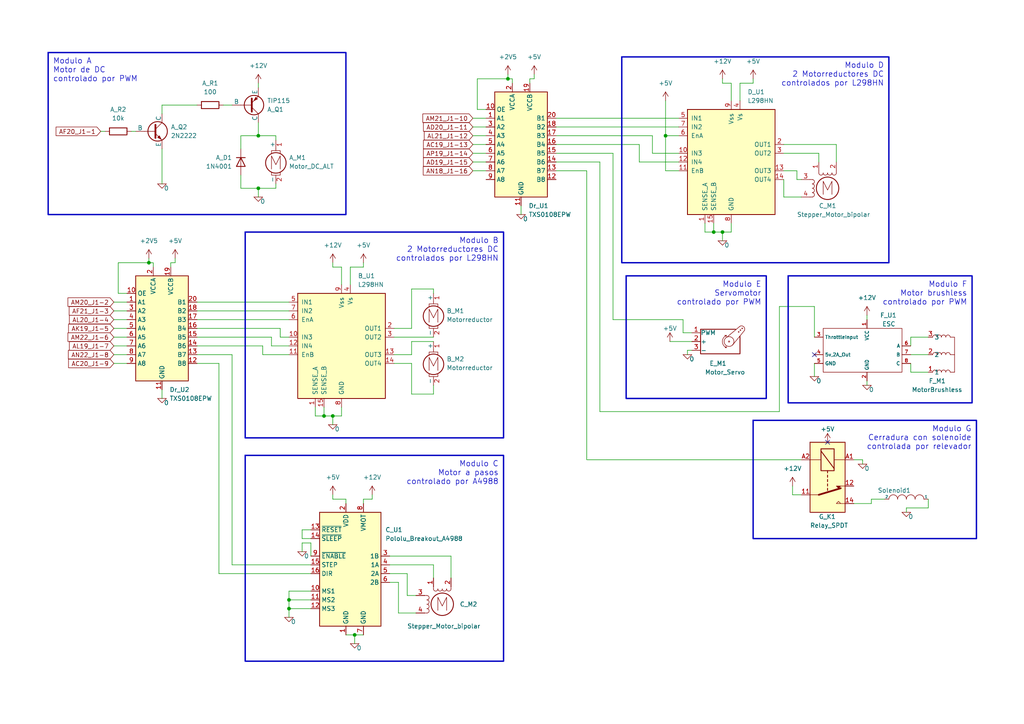
<source format=kicad_sch>
(kicad_sch (version 20230121) (generator eeschema)
  (paper "A4")
  (title_block (title "Maqueta de Laboratorio Remoto") (rev "2") (company "IIMAS UNAM") (comment 1 "Victor Manuel Lomas Barrie") (comment 2 "Abner Maya Vergara") (comment 3 "Autores:") (comment 4 "Circuito referido al diagrama de maqueta 2.0"))
  (lib_symbols
    (symbol "+12V_1" (power) (pin_names (offset 0))
      (property "Value" "+12V_1" (at 0 3.556 0))
      (symbol "+12V_1_0_1"
        (polyline (pts (xy -0.762 1.27) (xy 0 2.54)))
        (polyline (pts (xy 0 0) (xy 0 2.54)))
        (polyline (pts (xy 0 2.54) (xy 0.762 1.27)))
      )
      (symbol "+12V_1_1_1"
        (pin power_in line (at 0 0 90) (length 0) hide (name "+12V") (number "1"))
      )
    )
    (symbol "+12V_2" (power) (pin_names (offset 0))
      (property "Value" "+12V_2" (at 0 3.556 0))
      (symbol "+12V_2_0_1"
        (polyline (pts (xy -0.762 1.27) (xy 0 2.54)))
        (polyline (pts (xy 0 0) (xy 0 2.54)))
        (polyline (pts (xy 0 2.54) (xy 0.762 1.27)))
      )
      (symbol "+12V_2_1_1"
        (pin power_in line (at 0 0 90) (length 0) hide (name "+12V") (number "1"))
      )
    )
    (symbol "Device:R" (pin_numbers hide) (pin_names (offset 0))
      (property "Reference" "R" (at 2.032 0 90))
      (property "Value" "R" (at 0 0 90))
      (symbol "R_0_1"
        (rectangle (start -1.016 -2.54) (end 1.016 2.54) (stroke (width 0.254)))
      )
      (symbol "R_1_1"
        (pin passive line (at 0 3.81 270) (length 1.27) (name "~") (number "1"))
        (pin passive line (at 0 -3.81 90) (length 1.27) (name "~") (number "2"))
      )
    )
    (symbol "Diode:1N4001" (pin_numbers hide) (pin_names hide)
      (property "Reference" "D" (at 0 2.54 0))
      (property "Value" "1N4001" (at 0 -2.54 0))
      (symbol "1N4001_0_1"
        (polyline (pts (xy -1.27 1.27) (xy -1.27 -1.27)) (stroke (width 0.254)))
        (polyline (pts (xy 1.27 0) (xy -1.27 0)))
        (polyline (pts (xy 1.27 1.27) (xy 1.27 -1.27) (xy -1.27 0) (xy 1.27 1.27)) (stroke (width 0.254)))
      )
      (symbol "1N4001_1_1"
        (pin passive line (at -3.81 0 0) (length 2.54) (name "K") (number "1"))
        (pin passive line (at 3.81 0 180) (length 2.54) (name "A") (number "2"))
      )
    )
    (symbol "Driver_Motor:L298HN" (pin_names (offset 1.016))
      (property "Reference" "U" (at -10.16 16.51 0))
      (property "Value" "L298HN" (at 12.7 16.51 0))
      (symbol "L298HN_0_1"
        (rectangle (start -12.7 15.24) (end 12.7 -15.24) (stroke (width 0.254)) (fill (type background)))
      )
      (symbol "L298HN_1_1"
        (pin power_in line (at -7.62 -17.78 90) (length 2.54) (name "SENSE_A") (number "1"))
        (pin input line (at -15.24 2.54 0) (length 2.54) (name "IN3") (number "10"))
        (pin input line (at -15.24 -2.54 0) (length 2.54) (name "EnB") (number "11"))
        (pin input line (at -15.24 0 0) (length 2.54) (name "IN4") (number "12"))
        (pin output line (at 15.24 -2.54 180) (length 2.54) (name "OUT3") (number "13"))
        (pin output line (at 15.24 -5.08 180) (length 2.54) (name "OUT4") (number "14"))
        (pin power_in line (at -5.08 -17.78 90) (length 2.54) (name "SENSE_B") (number "15"))
        (pin output line (at 15.24 5.08 180) (length 2.54) (name "OUT1") (number "2"))
        (pin output line (at 15.24 2.54 180) (length 2.54) (name "OUT2") (number "3"))
        (pin power_in line (at 2.54 17.78 270) (length 2.54) (name "Vs") (number "4"))
        (pin input line (at -15.24 12.7 0) (length 2.54) (name "IN1") (number "5"))
        (pin input line (at -15.24 7.62 0) (length 2.54) (name "EnA") (number "6"))
        (pin input line (at -15.24 10.16 0) (length 2.54) (name "IN2") (number "7"))
        (pin power_in line (at 0 -17.78 90) (length 2.54) (name "GND") (number "8"))
        (pin power_in line (at 0 17.78 270) (length 2.54) (name "Vss") (number "9"))
      )
    )
    (symbol "Driver_Motor:Pololu_Breakout_A4988"
      (property "Reference" "A" (at -2.54 19.05 0))
      (property "Value" "Pololu_Breakout_A4988" (at -2.54 16.51 0))
      (symbol "Pololu_Breakout_A4988_0_1"
        (rectangle (start 10.16 -17.78) (end -7.62 15.24) (stroke (width 0.254)) (fill (type background)))
      )
      (symbol "Pololu_Breakout_A4988_1_1"
        (pin power_in line (at 0 -20.32 90) (length 2.54) (name "GND") (number "1"))
        (pin input line (at -10.16 -7.62 0) (length 2.54) (name "MS1") (number "10"))
        (pin input line (at -10.16 -10.16 0) (length 2.54) (name "MS2") (number "11"))
        (pin input line (at -10.16 -12.7 0) (length 2.54) (name "MS3") (number "12"))
        (pin input line (at -10.16 10.16 0) (length 2.54) (name "~{RESET}") (number "13"))
        (pin input line (at -10.16 7.62 0) (length 2.54) (name "~{SLEEP}") (number "14"))
        (pin input line (at -10.16 0 0) (length 2.54) (name "STEP") (number "15"))
        (pin input line (at -10.16 -2.54 0) (length 2.54) (name "DIR") (number "16"))
        (pin power_in line (at 0 17.78 270) (length 2.54) (name "VDD") (number "2"))
        (pin output line (at 12.7 2.54 180) (length 2.54) (name "1B") (number "3"))
        (pin output line (at 12.7 0 180) (length 2.54) (name "1A") (number "4"))
        (pin output line (at 12.7 -2.54 180) (length 2.54) (name "2A") (number "5"))
        (pin output line (at 12.7 -5.08 180) (length 2.54) (name "2B") (number "6"))
        (pin power_in line (at 5.08 -20.32 90) (length 2.54) (name "GND") (number "7"))
        (pin power_in line (at 5.08 17.78 270) (length 2.54) (name "VMOT") (number "8"))
        (pin input line (at -10.16 2.54 0) (length 2.54) (name "~{ENABLE}") (number "9"))
      )
    )
    (symbol "Logic_LevelTranslator:TXS0108EPW"
      (property "Reference" "U" (at -6.35 16.51 0))
      (property "Value" "TXS0108EPW" (at 3.81 16.51 0))
      (symbol "TXS0108EPW_0_1"
        (rectangle (start -7.62 15.24) (end 7.62 -15.24) (stroke (width 0.254)) (fill (type background)))
      )
      (symbol "TXS0108EPW_1_1"
        (pin bidirectional line (at -10.16 7.62 0) (length 2.54) (name "A1") (number "1"))
        (pin input line (at -10.16 10.16 0) (length 2.54) (name "OE") (number "10"))
        (pin power_in line (at 0 -17.78 90) (length 2.54) (name "GND") (number "11"))
        (pin bidirectional line (at 10.16 -10.16 180) (length 2.54) (name "B8") (number "12"))
        (pin bidirectional line (at 10.16 -7.62 180) (length 2.54) (name "B7") (number "13"))
        (pin bidirectional line (at 10.16 -5.08 180) (length 2.54) (name "B6") (number "14"))
        (pin bidirectional line (at 10.16 -2.54 180) (length 2.54) (name "B5") (number "15"))
        (pin bidirectional line (at 10.16 0 180) (length 2.54) (name "B4") (number "16"))
        (pin bidirectional line (at 10.16 2.54 180) (length 2.54) (name "B3") (number "17"))
        (pin bidirectional line (at 10.16 5.08 180) (length 2.54) (name "B2") (number "18"))
        (pin power_in line (at 2.54 17.78 270) (length 2.54) (name "VCCB") (number "19"))
        (pin power_in line (at -2.54 17.78 270) (length 2.54) (name "VCCA") (number "2"))
        (pin bidirectional line (at 10.16 7.62 180) (length 2.54) (name "B1") (number "20"))
        (pin bidirectional line (at -10.16 5.08 0) (length 2.54) (name "A2") (number "3"))
        (pin bidirectional line (at -10.16 2.54 0) (length 2.54) (name "A3") (number "4"))
        (pin bidirectional line (at -10.16 0 0) (length 2.54) (name "A4") (number "5"))
        (pin bidirectional line (at -10.16 -2.54 0) (length 2.54) (name "A5") (number "6"))
        (pin bidirectional line (at -10.16 -5.08 0) (length 2.54) (name "A6") (number "7"))
        (pin bidirectional line (at -10.16 -7.62 0) (length 2.54) (name "A7") (number "8"))
        (pin bidirectional line (at -10.16 -10.16 0) (length 2.54) (name "A8") (number "9"))
      )
    )
    (symbol "Motor:Motor_DC_ALT" (pin_names (offset 0))
      (property "Reference" "M" (at 2.54 2.54 0))
      (property "Value" "Motor_DC_ALT" (at 2.54 -5.08 0))
      (symbol "Motor_DC_ALT_0_0"
        (circle (center 0 -1.524) (radius 2.9718) (stroke (width 0.254)))
        (polyline (pts (xy -1.27 -4.318) (xy -1.27 -5.08) (xy 1.27 -5.08) (xy 1.27 -4.318)))
        (polyline (pts (xy -1.27 1.27) (xy -1.27 2.032) (xy 1.27 2.032) (xy 1.27 1.27)))
        (polyline (pts (xy -1.27 -3.302) (xy -1.27 0.508) (xy 0 -2.032) (xy 1.27 0.508) (xy 1.27 -3.302)))
      )
      (symbol "Motor_DC_ALT_0_1"
        (polyline (pts (xy 0 2.032) (xy 0 2.54)))
      )
      (symbol "Motor_DC_ALT_1_1"
        (pin passive line (at 0 5.08 270) (length 2.54) (name "+") (number "1"))
        (pin passive line (at 0 -7.62 90) (length 2.54) (name "-") (number "2"))
      )
    )
    (symbol "Motor:Motor_Servo" (pin_names (offset 0.0254))
      (property "Reference" "M" (at -5.08 4.445 0))
      (property "Value" "Motor_Servo" (at -5.08 -4.064 0))
      (symbol "Motor_Servo_0_1"
        (polyline (pts (xy 2.413 -1.778) (xy 2.032 -1.778)))
        (polyline (pts (xy 2.413 -1.778) (xy 2.286 -1.397)))
        (polyline (pts (xy 2.413 1.778) (xy 1.905 1.778)))
        (polyline (pts (xy 2.413 1.778) (xy 2.286 1.397)))
        (polyline (pts (xy 6.35 4.445) (xy 2.54 1.27)))
        (polyline (pts (xy 7.62 3.175) (xy 4.191 -1.016)))
        (polyline (pts (xy 5.08 3.556) (xy -5.08 3.556) (xy -5.08 -3.556) (xy 6.35 -3.556) (xy 6.35 1.524)) (stroke (width 0.254)))
        (arc (start 2.413 1.778) (mid 1.2406 0) (end 2.413 -1.778))
        (circle (center 3.175 0) (radius 0.1778))
        (circle (center 3.175 0) (radius 1.4224))
        (circle (center 5.969 2.794) (radius 0.127))
        (circle (center 6.477 3.302) (radius 0.127))
        (circle (center 6.985 3.81) (radius 0.127))
        (arc (start 7.62 3.175) (mid 7.4485 4.2735) (end 6.35 4.445))
      )
      (symbol "Motor_Servo_1_1"
        (pin passive line (at -7.62 2.54 0) (length 2.54) (name "PWM") (number "1"))
        (pin passive line (at -7.62 0 0) (length 2.54) (name "+") (number "2"))
        (pin passive line (at -7.62 -2.54 0) (length 2.54) (name "-") (number "3"))
      )
    )
    (symbol "Motor:Stepper_Motor_bipolar" (pin_names (offset 0) hide)
      (property "Reference" "M" (at 3.81 2.54 0))
      (property "Value" "Stepper_Motor_bipolar" (at 3.81 1.27 0))
      (symbol "Stepper_Motor_bipolar_0_0"
        (polyline (pts (xy -1.27 -1.778) (xy -1.27 2.032) (xy 0 -0.508) (xy 1.27 2.032) (xy 1.27 -1.778)))
      )
      (symbol "Stepper_Motor_bipolar_0_1"
        (arc (start -4.445 -2.54) (mid -3.8127 -1.905) (end -4.445 -1.27))
        (arc (start -4.445 -1.27) (mid -3.8127 -0.635) (end -4.445 0))
        (arc (start -4.445 0) (mid -3.8127 0.635) (end -4.445 1.27))
        (arc (start -4.445 1.27) (mid -3.8127 1.905) (end -4.445 2.54))
        (arc (start -2.54 4.445) (mid -1.905 3.8127) (end -1.27 4.445))
        (arc (start -1.27 4.445) (mid -0.635 3.8127) (end 0 4.445))
        (polyline (pts (xy -5.08 -2.54) (xy -4.445 -2.54)))
        (polyline (pts (xy -5.08 2.54) (xy -4.445 2.54)))
        (polyline (pts (xy -2.54 5.08) (xy -2.54 4.445)))
        (polyline (pts (xy 2.54 5.08) (xy 2.54 4.445)))
        (circle (center 0 0) (radius 3.2512) (stroke (width 0.254)))
        (arc (start 0 4.445) (mid 0.635 3.8127) (end 1.27 4.445))
        (arc (start 1.27 4.445) (mid 1.905 3.8127) (end 2.54 4.445))
      )
      (symbol "Stepper_Motor_bipolar_1_1"
        (pin passive line (at -2.54 7.62 270) (length 2.54) (name "~") (number "1"))
        (pin passive line (at 2.54 7.62 270) (length 2.54) (name "-") (number "2"))
        (pin passive line (at -7.62 2.54 0) (length 2.54) (name "~") (number "3"))
        (pin passive line (at -7.62 -2.54 0) (length 2.54) (name "~") (number "4"))
      )
    )
    (symbol "Relay:Relay_SPDT"
      (property "Reference" "K" (at 11.43 3.81 0))
      (property "Value" "Relay_SPDT" (at 11.43 1.27 0))
      (symbol "Relay_SPDT_0_0"
        (polyline (pts (xy 7.62 5.08) (xy 7.62 2.54) (xy 6.985 3.175) (xy 7.62 3.81)))
      )
      (symbol "Relay_SPDT_0_1"
        (rectangle (start -10.16 5.08) (end 10.16 -5.08) (stroke (width 0.254)) (fill (type background)))
        (rectangle (start -8.255 1.905) (end -1.905 -1.905) (stroke (width 0.254)))
        (polyline (pts (xy -7.62 -1.905) (xy -2.54 1.905)) (stroke (width 0.254)))
        (polyline (pts (xy -5.08 -5.08) (xy -5.08 -1.905)))
        (polyline (pts (xy -5.08 5.08) (xy -5.08 1.905)))
        (polyline (pts (xy -1.905 0) (xy -1.27 0)) (stroke (width 0.254)))
        (polyline (pts (xy -0.635 0) (xy 0 0)) (stroke (width 0.254)))
        (polyline (pts (xy 0.635 0) (xy 1.27 0)) (stroke (width 0.254)))
        (polyline (pts (xy 1.905 0) (xy 2.54 0)) (stroke (width 0.254)))
        (polyline (pts (xy 3.175 0) (xy 3.81 0)) (stroke (width 0.254)))
        (polyline (pts (xy 5.08 -2.54) (xy 3.175 3.81)) (stroke (width 0.508)))
        (polyline (pts (xy 5.08 -2.54) (xy 5.08 -5.08)))
        (polyline (pts (xy 2.54 5.08) (xy 2.54 2.54) (xy 3.175 3.175) (xy 2.54 3.81)) (fill (type outline)))
      )
      (symbol "Relay_SPDT_1_1"
        (pin passive line (at 5.08 -7.62 90) (length 2.54) (name "~") (number "11"))
        (pin passive line (at 2.54 7.62 270) (length 2.54) (name "~") (number "12"))
        (pin passive line (at 7.62 7.62 270) (length 2.54) (name "~") (number "14"))
        (pin passive line (at -5.08 7.62 270) (length 2.54) (name "~") (number "A1"))
        (pin passive line (at -5.08 -7.62 90) (length 2.54) (name "~") (number "A2"))
      )
    )
    (symbol "Resources:ESC"
      (property "Reference" "ESC" (at -8.89 8.89 0))
      (symbol "ESC_0_1"
        (rectangle (start -12.7 7.62) (end 10.16 -5.08))
      )
      (symbol "ESC_1_1"
        (pin free line (at 0 10.16 270) (length 2.54) (name "VCC") (number "1"))
        (pin free line (at 0 -7.62 90) (length 2.54) (name "GND") (number "2"))
        (pin input line (at -15.24 5.08 0) (length 2.54) (name "ThrottleInput") (number "3"))
        (pin input line (at -15.24 0 0) (length 2.54) (name "5v,2A_Out") (number "4"))
        (pin input line (at -15.24 -2.54 0) (length 2.54) (name "GND") (number "5"))
        (pin output line (at 12.7 2.54 180) (length 2.54) (name "A") (number "6"))
        (pin output line (at 12.7 0 180) (length 2.54) (name "B") (number "7"))
        (pin output line (at 12.7 -2.54 180) (length 2.54) (name "C") (number "8"))
      )
    )
    (symbol "Resources:Motor_brushless"
      (property "Reference" "MotorBrushless" (at 0 -1.27 0))
      (symbol "Motor_brushless_0_1"
        (arc (start -5.08 1.27) (mid -4.4477 1.905) (end -5.08 2.54))
        (arc (start -5.08 2.54) (mid -4.4477 3.175) (end -5.08 3.81))
        (arc (start -5.08 3.81) (mid -4.4477 4.445) (end -5.08 5.08))
        (arc (start -5.08 5.08) (mid -4.4477 5.715) (end -5.08 6.35))
        (polyline (pts (xy -5.08 0) (xy -5.08 1.27)))
        (polyline (pts (xy 0 1.27) (xy 0 0)))
        (polyline (pts (xy 5.08 1.27) (xy 5.08 0) (xy -5.08 0)))
        (arc (start 0 1.27) (mid 0.6323 1.905) (end 0 2.54))
        (arc (start 0 2.54) (mid 0.6323 3.175) (end 0 3.81))
        (arc (start 0 3.81) (mid 0.6323 4.445) (end 0 5.08))
        (arc (start 0 5.08) (mid 0.6323 5.715) (end 0 6.35))
        (arc (start 5.08 1.27) (mid 5.7123 1.905) (end 5.08 2.54))
        (arc (start 5.08 2.54) (mid 5.7123 3.175) (end 5.08 3.81))
        (arc (start 5.08 3.81) (mid 5.7123 4.445) (end 5.08 5.08))
        (arc (start 5.08 5.08) (mid 5.7123 5.715) (end 5.08 6.35))
      )
      (symbol "Motor_brushless_1_1"
        (pin passive line (at -5.08 7.62 270) (length 1.27) (name "1") (number "1"))
        (pin passive line (at 0 7.62 270) (length 1.27) (name "2") (number "2"))
        (pin passive line (at 5.08 7.62 270) (length 1.27) (name "3") (number "3"))
      )
    )
    (symbol "Simulation_SPICE:0" (power) (pin_names (offset 0))
      (property "Value" "0" (at 0 -1.778 0))
      (symbol "0_0_1"
        (polyline (pts (xy -1.27 0) (xy 0 -1.27) (xy 1.27 0) (xy -1.27 0)))
      )
      (symbol "0_1_1"
        (pin power_in line (at 0 0 0) (length 0) hide (name "0") (number "1"))
      )
    )
    (symbol "Simulation_SPICE:NPN" (pin_numbers hide) (pin_names (offset 0))
      (property "Reference" "Q" (at -2.54 7.62 0))
      (property "Value" "NPN" (at -2.54 5.08 0))
      (symbol "NPN_0_1"
        (polyline (pts (xy -2.54 0) (xy 0.635 0)) (stroke (width 0.1524)))
        (polyline (pts (xy 0.635 0.635) (xy 2.54 2.54)))
        (polyline (pts (xy 2.794 -1.27) (xy 2.794 -1.27)) (stroke (width 0.1524)))
        (polyline (pts (xy 2.794 -1.27) (xy 2.794 -1.27)) (stroke (width 0.1524)))
        (polyline (pts (xy 0.635 -0.635) (xy 2.54 -2.54) (xy 2.54 -2.54)))
        (polyline (pts (xy 0.635 1.905) (xy 0.635 -1.905) (xy 0.635 -1.905)) (stroke (width 0.508)))
        (polyline (pts (xy 1.27 -1.778) (xy 1.778 -1.27) (xy 2.286 -2.286) (xy 1.27 -1.778) (xy 1.27 -1.778)) (fill (type outline)))
        (circle (center 1.27 0) (radius 2.8194) (stroke (width 0.254)))
      )
      (symbol "NPN_1_1"
        (pin open_collector line (at 2.54 5.08 270) (length 2.54) (name "C") (number "1"))
        (pin input line (at -5.08 0 0) (length 2.54) (name "B") (number "2"))
        (pin open_emitter line (at 2.54 -5.08 90) (length 2.54) (name "E") (number "3"))
      )
    )
    (symbol "Simulation_SPICE:PNP" (pin_numbers hide) (pin_names (offset 0))
      (property "Reference" "Q" (at -2.54 7.62 0))
      (property "Value" "PNP" (at -2.54 5.08 0))
      (symbol "PNP_0_1"
        (polyline (pts (xy -2.54 0) (xy 0.635 0)) (stroke (width 0.1524)))
        (polyline (pts (xy 0.635 0.635) (xy 2.54 2.54)))
        (polyline (pts (xy 0.635 -0.635) (xy 2.54 -2.54) (xy 2.54 -2.54)))
        (polyline (pts (xy 0.635 1.905) (xy 0.635 -1.905) (xy 0.635 -1.905)) (stroke (width 0.508)))
        (polyline (pts (xy 2.286 -1.778) (xy 1.778 -2.286) (xy 1.27 -1.27) (xy 2.286 -1.778) (xy 2.286 -1.778)) (fill (type outline)))
        (circle (center 1.27 0) (radius 2.8194) (stroke (width 0.254)))
      )
      (symbol "PNP_1_1"
        (pin open_collector line (at 2.54 5.08 270) (length 2.54) (name "C") (number "1"))
        (pin input line (at -5.08 0 0) (length 2.54) (name "B") (number "2"))
        (pin open_emitter line (at 2.54 -5.08 90) (length 2.54) (name "E") (number "3"))
      )
    )
    (symbol "power:+12V" (power) (pin_names (offset 0))
      (property "Value" "+12V" (at 0 3.556 0))
      (symbol "+12V_0_1"
        (polyline (pts (xy -0.762 1.27) (xy 0 2.54)))
        (polyline (pts (xy 0 0) (xy 0 2.54)))
        (polyline (pts (xy 0 2.54) (xy 0.762 1.27)))
      )
      (symbol "+12V_1_1"
        (pin power_in line (at 0 0 90) (length 0) hide (name "+12V") (number "1"))
      )
    )
    (symbol "power:+2V5" (power) (pin_names (offset 0))
      (property "Value" "+2V5" (at 0 3.556 0))
      (symbol "+2V5_0_1"
        (polyline (pts (xy -0.762 1.27) (xy 0 2.54)))
        (polyline (pts (xy 0 0) (xy 0 2.54)))
        (polyline (pts (xy 0 2.54) (xy 0.762 1.27)))
      )
      (symbol "+2V5_1_1"
        (pin power_in line (at 0 0 90) (length 0) hide (name "+2V5") (number "1"))
      )
    )
    (symbol "power:+5V" (power) (pin_names (offset 0))
      (property "Value" "+5V" (at 0 3.556 0))
      (symbol "+5V_0_1"
        (polyline (pts (xy -0.762 1.27) (xy 0 2.54)))
        (polyline (pts (xy 0 0) (xy 0 2.54)))
        (polyline (pts (xy 0 2.54) (xy 0.762 1.27)))
      )
      (symbol "+5V_1_1"
        (pin power_in line (at 0 0 90) (length 0) hide (name "+5V") (number "1"))
      )
    )
    (symbol "pspice:INDUCTOR" (pin_numbers hide) (pin_names (offset 0))
      (property "Reference" "L" (at 0 2.54 0))
      (property "Value" "INDUCTOR" (at 0 -1.27 0))
      (symbol "INDUCTOR_0_1"
        (arc (start -2.54 0) (mid -3.81 1.2645) (end -5.08 0))
        (arc (start 0 0) (mid -1.27 1.2645) (end -2.54 0))
        (arc (start 2.54 0) (mid 1.27 1.2645) (end 0 0))
        (arc (start 5.08 0) (mid 3.81 1.2645) (end 2.54 0))
      )
      (symbol "INDUCTOR_1_1"
        (pin input line (at -6.35 0 0) (length 1.27) (name "1") (number "1"))
        (pin input line (at 6.35 0 180) (length 1.27) (name "2") (number "2"))
      )
    )
  )
  (junction (at 93.98 120.65))
  (junction (at 209.55 67.31))
  (junction (at 43.18 76.2))
  (junction (at 83.82 176.53))
  (junction (at 193.04 39.37))
  (junction (at 102.87 184.15))
  (junction (at 96.52 120.65))
  (junction (at 74.93 54.61))
  (junction (at 74.93 39.37))
  (junction (at 207.01 67.31))
  (junction (at 147.32 22.86))
  (junction (at 83.82 173.99))
  (no_connect (at 236.22 102.87))
  (no_connect (at 240.03 128.27))
  (wire (pts (xy 90.17 156.21) (xy 87.63 156.21)))
  (wire (pts (xy 227.33 41.91) (xy 242.57 41.91)))
  (wire (pts (xy 198.12 96.52) (xy 200.66 96.52)))
  (wire (pts (xy 137.16 44.45) (xy 140.97 44.45)))
  (wire (pts (xy 194.31 99.06) (xy 200.66 99.06)))
  (wire (pts (xy 269.24 147.32) (xy 262.89 147.32)))
  (wire (pts (xy 57.15 102.87) (xy 67.31 102.87)))
  (wire (pts (xy 232.41 143.51) (xy 229.87 143.51)))
  (wire (pts (xy 81.28 97.79) (xy 83.82 97.79)))
  (wire (pts (xy 34.29 85.09) (xy 34.29 76.2)))
  (wire (pts (xy 33.02 97.79) (xy 36.83 97.79)))
  (wire (pts (xy 264.16 102.87) (xy 269.24 102.87)))
  (wire (pts (xy 46.99 30.48) (xy 57.15 30.48)))
  (wire (pts (xy 147.32 22.86) (xy 148.59 22.86)))
  (wire (pts (xy 57.15 95.25) (xy 81.28 95.25)))
  (wire (pts (xy 242.57 41.91) (xy 242.57 46.99)))
  (wire (pts (xy 140.97 31.75) (xy 138.43 31.75)))
  (wire (pts (xy 33.02 102.87) (xy 36.83 102.87)))
  (wire (pts (xy 113.03 161.29) (xy 130.81 161.29)))
  (wire (pts (xy 212.09 24.13) (xy 212.09 29.21)))
  (wire (pts (xy 125.73 163.83) (xy 125.73 167.64)))
  (wire (pts (xy 199.39 102.87) (xy 199.39 101.6)))
  (wire (pts (xy 161.29 39.37) (xy 189.23 39.37)))
  (wire (pts (xy 57.15 105.41) (xy 63.5 105.41)))
  (wire (pts (xy 119.38 105.41) (xy 119.38 114.3)))
  (wire (pts (xy 237.49 44.45) (xy 237.49 46.99)))
  (wire (pts (xy 252.73 144.78) (xy 256.54 144.78)))
  (wire (pts (xy 226.06 88.9) (xy 236.22 88.9)))
  (wire (pts (xy 33.02 95.25) (xy 36.83 95.25)))
  (wire (pts (xy 231.14 52.07) (xy 232.41 52.07)))
  (wire (pts (xy 170.18 49.53) (xy 170.18 133.35)))
  (wire (pts (xy 212.09 64.77) (xy 212.09 67.31)))
  (wire (pts (xy 43.18 76.2) (xy 44.45 76.2)))
  (wire (pts (xy 209.55 67.31) (xy 212.09 67.31)))
  (wire (pts (xy 100.33 184.15) (xy 102.87 184.15)))
  (wire (pts (xy 138.43 22.86) (xy 147.32 22.86)))
  (wire (pts (xy 119.38 95.25) (xy 119.38 83.82)))
  (wire (pts (xy 107.95 144.78) (xy 105.41 144.78)))
  (wire (pts (xy 229.87 143.51) (xy 229.87 140.97)))
  (wire (pts (xy 125.73 83.82) (xy 125.73 85.09)))
  (wire (pts (xy 214.63 24.13) (xy 214.63 29.21)))
  (wire (pts (xy 90.17 171.45) (xy 83.82 171.45)))
  (wire (pts (xy 209.55 22.86) (xy 209.55 24.13)))
  (wire (pts (xy 204.47 67.31) (xy 207.01 67.31)))
  (wire (pts (xy 170.18 49.53) (xy 161.29 49.53)))
  (wire (pts (xy 46.99 33.02) (xy 46.99 30.48)))
  (wire (pts (xy 227.33 57.15) (xy 232.41 57.15)))
  (wire (pts (xy 199.39 101.6) (xy 200.66 101.6)))
  (wire (pts (xy 173.99 119.38) (xy 226.06 119.38)))
  (wire (pts (xy 177.8 92.71) (xy 177.8 44.45)))
  (wire (pts (xy 83.82 173.99) (xy 90.17 173.99)))
  (wire (pts (xy 198.12 92.71) (xy 198.12 96.52)))
  (wire (pts (xy 90.17 161.29) (xy 90.17 157.48)))
  (wire (pts (xy 76.2 100.33) (xy 76.2 102.87)))
  (wire (pts (xy 114.3 97.79) (xy 125.73 97.79)))
  (wire (pts (xy 236.22 88.9) (xy 236.22 97.79)))
  (wire (pts (xy 83.82 171.45) (xy 83.82 173.99)))
  (wire (pts (xy 96.52 144.78) (xy 100.33 144.78)))
  (wire (pts (xy 262.89 147.32) (xy 262.89 148.59)))
  (wire (pts (xy 33.02 100.33) (xy 36.83 100.33)))
  (wire (pts (xy 151.13 59.69) (xy 151.13 62.23)))
  (wire (pts (xy 96.52 144.78) (xy 96.52 143.51)))
  (wire (pts (xy 46.99 53.34) (xy 46.99 43.18)))
  (wire (pts (xy 33.02 87.63) (xy 36.83 87.63)))
  (wire (pts (xy 78.74 100.33) (xy 83.82 100.33)))
  (wire (pts (xy 120.65 172.72) (xy 118.11 172.72)))
  (wire (pts (xy 74.93 39.37) (xy 80.01 39.37)))
  (wire (pts (xy 189.23 39.37) (xy 189.23 44.45)))
  (wire (pts (xy 236.22 105.41) (xy 236.22 109.22)))
  (wire (pts (xy 137.16 46.99) (xy 140.97 46.99)))
  (wire (pts (xy 63.5 166.37) (xy 90.17 166.37)))
  (wire (pts (xy 87.63 153.67) (xy 90.17 153.67)))
  (wire (pts (xy 80.01 53.34) (xy 80.01 54.61)))
  (wire (pts (xy 102.87 184.15) (xy 102.87 186.69)))
  (wire (pts (xy 57.15 90.17) (xy 83.82 90.17)))
  (wire (pts (xy 91.44 118.11) (xy 91.44 120.65)))
  (wire (pts (xy 207.01 64.77) (xy 207.01 67.31)))
  (wire (pts (xy 137.16 39.37) (xy 140.97 39.37)))
  (wire (pts (xy 67.31 163.83) (xy 90.17 163.83)))
  (wire (pts (xy 33.02 90.17) (xy 36.83 90.17)))
  (wire (pts (xy 125.73 111.76) (xy 125.73 114.3)))
  (wire (pts (xy 207.01 67.31) (xy 209.55 67.31)))
  (wire (pts (xy 148.59 22.86) (xy 148.59 24.13)))
  (wire (pts (xy 250.19 134.62) (xy 250.19 133.35)))
  (wire (pts (xy 81.28 95.25) (xy 81.28 97.79)))
  (wire (pts (xy 96.52 77.47) (xy 99.06 77.47)))
  (wire (pts (xy 36.83 85.09) (xy 34.29 85.09)))
  (wire (pts (xy 247.65 146.05) (xy 252.73 146.05)))
  (wire (pts (xy 83.82 176.53) (xy 83.82 179.07)))
  (wire (pts (xy 64.77 30.48) (xy 67.31 30.48)))
  (wire (pts (xy 63.5 105.41) (xy 63.5 166.37)))
  (wire (pts (xy 78.74 97.79) (xy 78.74 100.33)))
  (wire (pts (xy 93.98 118.11) (xy 93.98 120.65)))
  (wire (pts (xy 251.46 91.44) (xy 251.46 92.71)))
  (wire (pts (xy 69.85 50.8) (xy 69.85 54.61)))
  (wire (pts (xy 193.04 39.37) (xy 193.04 29.21)))
  (wire (pts (xy 87.63 157.48) (xy 87.63 160.02)))
  (wire (pts (xy 83.82 176.53) (xy 83.82 173.99)))
  (wire (pts (xy 69.85 54.61) (xy 74.93 54.61)))
  (wire (pts (xy 177.8 44.45) (xy 161.29 44.45)))
  (wire (pts (xy 185.42 46.99) (xy 196.85 46.99)))
  (wire (pts (xy 264.16 97.79) (xy 264.16 100.33)))
  (wire (pts (xy 74.93 24.13) (xy 74.93 25.4)))
  (wire (pts (xy 226.06 119.38) (xy 226.06 88.9)))
  (wire (pts (xy 154.94 21.59) (xy 154.94 22.86)))
  (wire (pts (xy 115.57 168.91) (xy 113.03 168.91)))
  (wire (pts (xy 227.33 49.53) (xy 231.14 49.53)))
  (wire (pts (xy 49.53 76.2) (xy 49.53 77.47)))
  (wire (pts (xy 57.15 87.63) (xy 83.82 87.63)))
  (wire (pts (xy 161.29 36.83) (xy 196.85 36.83)))
  (wire (pts (xy 96.52 76.2) (xy 96.52 77.47)))
  (wire (pts (xy 102.87 184.15) (xy 105.41 184.15)))
  (wire (pts (xy 118.11 166.37) (xy 113.03 166.37)))
  (wire (pts (xy 147.32 21.59) (xy 147.32 22.86)))
  (wire (pts (xy 185.42 41.91) (xy 185.42 46.99)))
  (wire (pts (xy 99.06 77.47) (xy 99.06 82.55)))
  (wire (pts (xy 57.15 100.33) (xy 76.2 100.33)))
  (wire (pts (xy 100.33 144.78) (xy 100.33 146.05)))
  (wire (pts (xy 161.29 46.99) (xy 173.99 46.99)))
  (wire (pts (xy 101.6 77.47) (xy 101.6 82.55)))
  (wire (pts (xy 269.24 144.78) (xy 269.24 147.32)))
  (wire (pts (xy 114.3 95.25) (xy 119.38 95.25)))
  (wire (pts (xy 119.38 99.06) (xy 119.38 102.87)))
  (wire (pts (xy 33.02 105.41) (xy 36.83 105.41)))
  (wire (pts (xy 154.94 22.86) (xy 153.67 22.86)))
  (wire (pts (xy 119.38 83.82) (xy 125.73 83.82)))
  (wire (pts (xy 170.18 133.35) (xy 232.41 133.35)))
  (wire (pts (xy 74.93 35.56) (xy 74.93 39.37)))
  (wire (pts (xy 227.33 52.07) (xy 227.33 57.15)))
  (wire (pts (xy 119.38 114.3) (xy 125.73 114.3)))
  (wire (pts (xy 44.45 76.2) (xy 44.45 77.47)))
  (wire (pts (xy 93.98 120.65) (xy 96.52 120.65)))
  (wire (pts (xy 269.24 107.95) (xy 264.16 107.95)))
  (wire (pts (xy 218.44 22.86) (xy 218.44 24.13)))
  (wire (pts (xy 209.55 24.13) (xy 212.09 24.13)))
  (wire (pts (xy 130.81 161.29) (xy 130.81 167.64)))
  (wire (pts (xy 99.06 118.11) (xy 99.06 120.65)))
  (wire (pts (xy 34.29 76.2) (xy 43.18 76.2)))
  (wire (pts (xy 96.52 120.65) (xy 99.06 120.65)))
  (wire (pts (xy 87.63 157.48) (xy 90.17 157.48)))
  (wire (pts (xy 138.43 31.75) (xy 138.43 22.86)))
  (wire (pts (xy 50.8 74.93) (xy 50.8 76.2)))
  (wire (pts (xy 204.47 64.77) (xy 204.47 67.31)))
  (wire (pts (xy 57.15 97.79) (xy 78.74 97.79)))
  (wire (pts (xy 196.85 39.37) (xy 193.04 39.37)))
  (wire (pts (xy 76.2 102.87) (xy 83.82 102.87)))
  (wire (pts (xy 196.85 49.53) (xy 193.04 49.53)))
  (wire (pts (xy 218.44 24.13) (xy 214.63 24.13)))
  (wire (pts (xy 269.24 97.79) (xy 264.16 97.79)))
  (wire (pts (xy 67.31 102.87) (xy 67.31 163.83)))
  (wire (pts (xy 105.41 144.78) (xy 105.41 146.05)))
  (wire (pts (xy 33.02 92.71) (xy 36.83 92.71)))
  (wire (pts (xy 137.16 49.53) (xy 140.97 49.53)))
  (wire (pts (xy 43.18 74.93) (xy 43.18 76.2)))
  (wire (pts (xy 107.95 143.51) (xy 107.95 144.78)))
  (wire (pts (xy 91.44 120.65) (xy 93.98 120.65)))
  (wire (pts (xy 119.38 99.06) (xy 125.73 99.06)))
  (wire (pts (xy 209.55 67.31) (xy 209.55 69.85)))
  (wire (pts (xy 114.3 105.41) (xy 119.38 105.41)))
  (wire (pts (xy 105.41 77.47) (xy 101.6 77.47)))
  (wire (pts (xy 74.93 54.61) (xy 80.01 54.61)))
  (wire (pts (xy 105.41 76.2) (xy 105.41 77.47)))
  (wire (pts (xy 87.63 156.21) (xy 87.63 153.67)))
  (wire (pts (xy 153.67 22.86) (xy 153.67 24.13)))
  (wire (pts (xy 29.21 38.1) (xy 30.48 38.1)))
  (wire (pts (xy 264.16 107.95) (xy 264.16 105.41)))
  (wire (pts (xy 115.57 177.8) (xy 115.57 168.91)))
  (wire (pts (xy 80.01 39.37) (xy 80.01 40.64)))
  (wire (pts (xy 113.03 163.83) (xy 125.73 163.83)))
  (wire (pts (xy 137.16 34.29) (xy 140.97 34.29)))
  (wire (pts (xy 38.1 38.1) (xy 39.37 38.1)))
  (wire (pts (xy 46.99 113.03) (xy 46.99 115.57)))
  (wire (pts (xy 247.65 133.35) (xy 250.19 133.35)))
  (wire (pts (xy 177.8 92.71) (xy 198.12 92.71)))
  (wire (pts (xy 57.15 92.71) (xy 83.82 92.71)))
  (wire (pts (xy 227.33 44.45) (xy 237.49 44.45)))
  (wire (pts (xy 161.29 34.29) (xy 196.85 34.29)))
  (wire (pts (xy 231.14 49.53) (xy 231.14 52.07)))
  (wire (pts (xy 90.17 176.53) (xy 83.82 176.53)))
  (wire (pts (xy 137.16 36.83) (xy 140.97 36.83)))
  (wire (pts (xy 161.29 41.91) (xy 185.42 41.91)))
  (wire (pts (xy 120.65 177.8) (xy 115.57 177.8)))
  (wire (pts (xy 173.99 46.99) (xy 173.99 119.38)))
  (wire (pts (xy 193.04 49.53) (xy 193.04 39.37)))
  (wire (pts (xy 137.16 41.91) (xy 140.97 41.91)))
  (wire (pts (xy 252.73 146.05) (xy 252.73 144.78)))
  (wire (pts (xy 251.46 110.49) (xy 251.46 111.76)))
  (wire (pts (xy 74.93 54.61) (xy 74.93 57.15)))
  (wire (pts (xy 69.85 43.18) (xy 69.85 39.37)))
  (wire (pts (xy 69.85 39.37) (xy 74.93 39.37)))
  (wire (pts (xy 96.52 120.65) (xy 96.52 123.19)))
  (wire (pts (xy 50.8 76.2) (xy 49.53 76.2)))
  (wire (pts (xy 114.3 102.87) (xy 119.38 102.87)))
  (wire (pts (xy 189.23 44.45) (xy 196.85 44.45)))
  (wire (pts (xy 118.11 172.72) (xy 118.11 166.37)))
  (text_box "Modulo B\n2 Motorreductores DC \ncontrolados por L298HN" (at 71.12 67.31 0) (size 74.93 59.69) (stroke (width 0.4)) (effects (font (size 1.6 1.6)) (justify right top)))
  (text_box "Modulo G\nCerradura con solenoide\ncontrolada por relevador\n" (at 218.44 121.92 0) (size 64.77 34.29) (stroke (width 0.4)) (effects (font (size 1.6 1.6)) (justify right top)))
  (text_box "Modulo D\n2 Motorreductores DC \ncontrolados por L298HN" (at 180.34 16.51 0) (size 77.47 59.69) (stroke (width 0.4)) (effects (font (size 1.6 1.6)) (justify right top)))
  (text_box "Modulo E\nServomotor\ncontrolado por PWM" (at 181.61 80.01 0) (size 40.64 35.56) (stroke (width 0.4)) (effects (font (size 1.6 1.6)) (justify right top)))
  (text_box "Modulo C\nMotor a pasos \ncontrolado por A4988\n" (at 71.12 132.08 0) (size 74.93 59.69) (stroke (width 0.4)) (effects (font (size 1.6 1.6)) (justify right top)))
  (text_box "Modulo F\nMotor brushless\ncontrolado por PWM\n" (at 228.6 80.01 0) (size 53.34 36.83) (stroke (width 0.4)) (effects (font (size 1.6 1.6)) (justify right top)))
  (text_box "Modulo A\nMotor de DC \ncontrolado por PWM" (at 13.97 15.24 0) (size 86.36 46.99) (stroke (width 0.4)) (effects (font (size 1.6 1.6)) (justify left top)))
  (global_label "AF20_J1-1" (shape input) (at 29.21 38.1 180) (property "Intersheetrefs" "${INTERSHEET_REFS}" (effects hide)))
  (global_label "AD20_J1-11" (shape input) (at 137.16 36.83 180) (property "Intersheetrefs" "${INTERSHEET_REFS}" (effects hide)))
  (global_label "AM21_J1-10" (shape input) (at 137.16 34.29 180) (property "Intersheetrefs" "${INTERSHEET_REFS}" (effects hide)))
  (global_label "AF21_J1-3" (shape input) (at 33.02 90.17 180) (property "Intersheetrefs" "${INTERSHEET_REFS}" (effects hide)))
  (global_label "AL21_J1-12" (shape input) (at 137.16 39.37 180) (property "Intersheetrefs" "${INTERSHEET_REFS}" (effects hide)))
  (global_label "AM20_J1-2" (shape input) (at 33.02 87.63 180) (property "Intersheetrefs" "${INTERSHEET_REFS}" (effects hide)))
  (global_label "AL20_J1-4" (shape input) (at 33.02 92.71 180) (property "Intersheetrefs" "${INTERSHEET_REFS}" (effects hide)))
  (global_label "AL19_J1-7" (shape input) (at 33.02 100.33 180) (property "Intersheetrefs" "${INTERSHEET_REFS}" (effects hide)))
  (global_label "AK19_J1-5" (shape input) (at 33.02 95.25 180) (property "Intersheetrefs" "${INTERSHEET_REFS}" (effects hide)))
  (global_label "AN22_J1-8" (shape input) (at 33.02 102.87 180) (property "Intersheetrefs" "${INTERSHEET_REFS}" (effects hide)))
  (global_label "AN18_J1-16" (shape input) (at 137.16 49.53 180) (property "Intersheetrefs" "${INTERSHEET_REFS}" (effects hide)))
  (global_label "AM22_J1-6" (shape input) (at 33.02 97.79 180) (property "Intersheetrefs" "${INTERSHEET_REFS}" (effects hide)))
  (global_label "AD19_J1-15" (shape input) (at 137.16 46.99 180) (property "Intersheetrefs" "${INTERSHEET_REFS}" (effects hide)))
  (global_label "AC19_J1-13" (shape input) (at 137.16 41.91 180) (property "Intersheetrefs" "${INTERSHEET_REFS}" (effects hide)))
  (global_label "AC20_J1-9" (shape input) (at 33.02 105.41 180) (property "Intersheetrefs" "${INTERSHEET_REFS}" (effects hide)))
  (global_label "AP19_J1-14" (shape input) (at 137.16 44.45 180) (property "Intersheetrefs" "${INTERSHEET_REFS}" (effects hide)))
  (symbol (lib_id "Device:R") (at 60.96 30.48 270) (mirror x) (unit 1)
    (property "Reference" "A_R1" (at 60.96 24.13 90))
    (property "Value" "100" (at 60.96 26.67 90))
    (property "Sim.Device" "R" (effects hide))
    (property "Sim.Pins" "1=+ 2=-" (effects hide))
  )
  (symbol (lib_id "Driver_Motor:Pololu_Breakout_A4988") (at 100.33 163.83 0) (unit 1)
    (property "Reference" "C_U1" (at 111.76 153.67 0) (effects (justify left)))
    (property "Value" "Pololu_Breakout_A4988" (at 111.76 156.21 0) (effects (justify left)))
    (property "Footprint" "Module:Pololu_Breakout-16_15.2x20.3mm" (effects hide))
    (property "Datasheet" "https://www.pololu.com/product/2980/pictures" (effects hide))
  )
  (symbol (lib_id "Simulation_SPICE:0") (at 251.46 111.76 0) (unit 1)
    (property "Reference" "#GND07" (effects hide))
    (property "Value" "0" (at 252.73 113.03 0))
  )
  (symbol (lib_id "Simulation_SPICE:0") (at 102.87 186.69 0) (unit 1)
    (property "Reference" "#GND014" (effects hide))
    (property "Value" "0" (at 104.14 187.96 0))
  )
  (symbol (lib_id "Simulation_SPICE:0") (at 46.99 115.57 0) (unit 1)
    (property "Reference" "#GND08" (effects hide))
    (property "Value" "0" (at 48.26 116.84 0))
  )
  (symbol (lib_id "power:+2V5") (at 43.18 74.93 0) (unit 1)
    (property "Reference" "#PWR07" (effects hide))
    (property "Value" "+2V5" (at 43.18 69.85 0))
  )
  (symbol (lib_id "Simulation_SPICE:0") (at 209.55 69.85 0) (unit 1)
    (property "Reference" "#GND04" (effects hide))
    (property "Value" "0" (at 210.82 71.12 0))
  )
  (symbol (lib_name "+12V_1") (lib_id "power:+12V") (at 251.46 91.44 0) (unit 1)
    (property "Reference" "#PWR011" (effects hide))
    (property "Value" "+12V" (at 251.46 86.36 0))
  )
  (symbol (lib_id "Simulation_SPICE:0") (at 46.99 53.34 0) (unit 1)
    (property "Reference" "#GND01" (effects hide))
    (property "Value" "0" (at 48.26 54.61 0))
  )
  (symbol (lib_id "Simulation_SPICE:0") (at 250.19 134.62 0) (unit 1)
    (property "Reference" "#GND010" (effects hide))
    (property "Value" "0" (at 251.46 135.89 0))
  )
  (symbol (lib_id "Simulation_SPICE:0") (at 262.89 148.59 0) (unit 1)
    (property "Reference" "#GND011" (effects hide))
    (property "Value" "0" (at 264.16 149.86 0))
  )
  (symbol (lib_id "Relay:Relay_SPDT") (at 240.03 138.43 270) (unit 1)
    (property "Reference" "G_K1" (at 237.49 149.86 90) (effects (justify left)))
    (property "Value" "Relay_SPDT" (at 234.95 152.4 90) (effects (justify left)))
  )
  (symbol (lib_id "Motor:Motor_DC_ALT") (at 125.73 90.17 0) (unit 1)
    (property "Reference" "B_M1" (at 129.54 90.17 0) (effects (justify left)))
    (property "Value" "Motorreductor" (at 129.54 92.71 0) (effects (justify left)))
  )
  (symbol (lib_id "Simulation_SPICE:0") (at 199.39 102.87 0) (unit 1)
    (property "Reference" "#GND05" (effects hide))
    (property "Value" "0" (at 200.66 104.14 0))
  )
  (symbol (lib_id "Resources:Motor_brushless") (at 276.86 102.87 90) (unit 1)
    (property "Reference" "F_M1" (at 274.32 110.49 90) (effects (justify left)))
    (property "Value" "MotorBrushless" (at 271.78 113.03 90))
  )
  (symbol (lib_id "power:+12V") (at 96.52 76.2 0) (unit 1)
    (property "Reference" "#PWR09" (effects hide))
    (property "Value" "+12V" (at 96.52 71.12 0))
  )
  (symbol (lib_id "pspice:INDUCTOR") (at 262.89 144.78 0) (mirror y) (unit 1)
    (property "Reference" "Solenoid1" (at 264.16 142.24 0) (effects (justify left)))
    (property "Value" "INDUCTOR" (effects hide))
  )
  (symbol (lib_id "Simulation_SPICE:NPN") (at 44.45 38.1 0) (unit 1)
    (property "Reference" "A_Q2" (at 49.53 36.83 0) (effects (justify left)))
    (property "Value" "2N2222" (at 49.53 39.37 0) (effects (justify left)))
    (property "Sim.Device" "NPN" (effects hide))
    (property "Sim.Type" "GUMMELPOON" (effects hide))
    (property "Sim.Pins" "1=C 2=B 3=E" (effects hide))
  )
  (symbol (lib_id "Motor:Motor_Servo") (at 208.28 99.06 0) (unit 1)
    (property "Reference" "E_M1" (at 205.74 105.41 0) (effects (justify left)))
    (property "Value" "Motor_Servo" (at 204.47 107.95 0) (effects (justify left)))
    (property "Datasheet" "http://forums.parallax.com/uploads/attachments/46831/74481.png" (effects hide))
  )
  (symbol (lib_id "Motor:Motor_DC_ALT") (at 125.73 104.14 0) (unit 1)
    (property "Reference" "B_M2" (at 129.54 104.14 0) (effects (justify left)))
    (property "Value" "Motorreductor" (at 129.54 106.68 0) (effects (justify left)))
  )
  (symbol (lib_id "Simulation_SPICE:0") (at 83.82 179.07 0) (unit 1)
    (property "Reference" "#GND013" (effects hide))
    (property "Value" "0" (at 85.09 180.34 0))
  )
  (symbol (lib_id "power:+12V") (at 107.95 143.51 0) (unit 1)
    (property "Reference" "#PWR016" (effects hide))
    (property "Value" "+12V" (at 107.95 138.43 0))
  )
  (symbol (lib_id "Motor:Motor_DC_ALT") (at 80.01 45.72 0) (unit 1)
    (property "Reference" "A_M1" (at 83.82 45.72 0) (effects (justify left)))
    (property "Value" "Motor_DC_ALT" (at 83.82 48.26 0) (effects (justify left)))
  )
  (symbol (lib_id "power:+5V") (at 194.31 99.06 0) (unit 1)
    (property "Reference" "#PWR012" (effects hide))
    (property "Value" "+5V" (at 194.31 95.25 0))
  )
  (symbol (lib_id "Simulation_SPICE:0") (at 96.52 123.19 0) (unit 1)
    (property "Reference" "#GND09" (effects hide))
    (property "Value" "0" (at 97.79 124.46 0))
  )
  (symbol (lib_name "+12V_1") (lib_id "power:+12V") (at 229.87 140.97 0) (unit 1)
    (property "Reference" "#PWR014" (effects hide))
    (property "Value" "+12V" (at 229.87 135.89 0))
  )
  (symbol (lib_id "Simulation_SPICE:0") (at 74.93 57.15 0) (unit 1)
    (property "Reference" "#GND02" (effects hide))
    (property "Value" "0" (at 76.2 58.42 0))
  )
  (symbol (lib_id "Diode:1N4001") (at 69.85 46.99 90) (mirror x) (unit 1)
    (property "Reference" "A_D1" (at 67.31 45.72 90) (effects (justify left)))
    (property "Value" "1N4001" (at 67.31 48.26 90) (effects (justify left)))
    (property "Footprint" "Diode_THT:D_DO-41_SOD81_P10.16mm_Horizontal" (effects hide))
    (property "Datasheet" "http://www.vishay.com/docs/88503/1n4001.pdf" (effects hide))
    (property "Sim.Device" "D" (effects hide))
    (property "Sim.Pins" "1=K 2=A" (effects hide))
  )
  (symbol (lib_id "Motor:Stepper_Motor_bipolar") (at 240.03 54.61 0) (unit 1)
    (property "Reference" "C_M1" (at 237.49 59.69 0) (effects (justify left)))
    (property "Value" "Stepper_Motor_bipolar" (at 231.14 62.23 0) (effects (justify left)))
    (property "Datasheet" "http://www.infineon.com/dgdl/Application-Note-TLE8110EE_driving_UniPolarStepperMotor_V1.1.pdf?fileId=db3a30431be39b97011be5d0aa0a00b0" (effects hide))
  )
  (symbol (lib_name "+12V_2") (lib_id "power:+12V") (at 74.93 24.13 0) (unit 1)
    (property "Reference" "#PWR05" (effects hide))
    (property "Value" "+12V" (at 74.93 19.05 0))
  )
  (symbol (lib_id "Motor:Stepper_Motor_bipolar") (at 128.27 175.26 0) (unit 1)
    (property "Reference" "C_M2" (at 133.35 175.26 0) (effects (justify left)))
    (property "Value" "Stepper_Motor_bipolar" (at 118.11 181.61 0) (effects (justify left)))
    (property "Datasheet" "http://www.infineon.com/dgdl/Application-Note-TLE8110EE_driving_UniPolarStepperMotor_V1.1.pdf?fileId=db3a30431be39b97011be5d0aa0a00b0" (effects hide))
  )
  (symbol (lib_id "power:+5V") (at 240.03 128.27 0) (unit 1)
    (property "Reference" "#PWR013" (effects hide))
    (property "Value" "+5V" (at 240.03 124.46 0))
  )
  (symbol (lib_id "power:+5V") (at 154.94 21.59 0) (unit 1)
    (property "Reference" "#PWR02" (effects hide))
    (property "Value" "+5V" (at 154.94 16.51 0))
  )
  (symbol (lib_id "Logic_LevelTranslator:TXS0108EPW") (at 151.13 41.91 0) (unit 1)
    (property "Reference" "Dr_U1" (at 153.3241 59.69 0) (effects (justify left)))
    (property "Value" "TXS0108EPW" (at 153.3241 62.23 0) (effects (justify left)))
    (property "Footprint" "Package_SO:TSSOP-20_4.4x6.5mm_P0.65mm" (effects hide))
    (property "Datasheet" "www.ti.com/lit/ds/symlink/txs0108e.pdf" (effects hide))
  )
  (symbol (lib_id "Simulation_SPICE:0") (at 87.63 160.02 0) (unit 1)
    (property "Reference" "#GND012" (effects hide))
    (property "Value" "0" (at 88.9 161.29 0))
  )
  (symbol (lib_id "Simulation_SPICE:PNP") (at 72.39 30.48 0) (mirror x) (unit 1)
    (property "Reference" "A_Q1" (at 77.47 31.75 0) (effects (justify left)))
    (property "Value" "TIP115" (at 77.47 29.21 0) (effects (justify left)))
    (property "Sim.Device" "PNP" (effects hide))
    (property "Sim.Type" "GUMMELPOON" (effects hide))
    (property "Sim.Pins" "1=C 2=B 3=E" (effects hide))
  )
  (symbol (lib_id "Resources:ESC") (at 251.46 102.87 0) (unit 1)
    (property "Reference" "F_U1" (at 255.27 91.44 0) (effects (justify left)))
    (property "Value" "ESC" (at 257.81 93.98 0))
  )
  (symbol (lib_id "Device:R") (at 34.29 38.1 90) (unit 1)
    (property "Reference" "A_R2" (at 34.29 31.75 90))
    (property "Value" "10k" (at 34.29 34.29 90))
    (property "Sim.Device" "R" (effects hide))
    (property "Sim.Pins" "1=+ 2=-" (effects hide))
  )
  (symbol (lib_id "Simulation_SPICE:0") (at 236.22 109.22 0) (unit 1)
    (property "Reference" "#GND06" (effects hide))
    (property "Value" "0" (at 237.49 110.49 0))
  )
  (symbol (lib_id "power:+5V") (at 96.52 143.51 0) (unit 1)
    (property "Reference" "#PWR015" (effects hide))
    (property "Value" "+5V" (at 96.52 138.43 0))
  )
  (symbol (lib_id "power:+5V") (at 218.44 22.86 0) (unit 1)
    (property "Reference" "#PWR04" (effects hide))
    (property "Value" "+5V" (at 218.44 17.78 0))
  )
  (symbol (lib_id "Logic_LevelTranslator:TXS0108EPW") (at 46.99 95.25 0) (unit 1)
    (property "Reference" "Dr_U2" (at 49.1841 113.03 0) (effects (justify left)))
    (property "Value" "TXS0108EPW" (at 49.1841 115.57 0) (effects (justify left)))
    (property "Footprint" "Package_SO:TSSOP-20_4.4x6.5mm_P0.65mm" (effects hide))
    (property "Datasheet" "www.ti.com/lit/ds/symlink/txs0108e.pdf" (effects hide))
  )
  (symbol (lib_id "power:+5V") (at 105.41 76.2 0) (unit 1)
    (property "Reference" "#PWR010" (effects hide))
    (property "Value" "+5V" (at 105.41 71.12 0))
  )
  (symbol (lib_id "power:+12V") (at 209.55 22.86 0) (unit 1)
    (property "Reference" "#PWR03" (effects hide))
    (property "Value" "+12V" (at 209.55 17.78 0))
  )
  (symbol (lib_id "Driver_Motor:L298HN") (at 99.06 100.33 0) (unit 1)
    (property "Reference" "B_U1" (at 103.7941 80.01 0) (effects (justify left)))
    (property "Value" "L298HN" (at 103.7941 82.55 0) (effects (justify left)))
    (property "Footprint" "Package_TO_SOT_THT:TO-220-15_P2.54x2.54mm_StaggerOdd_Lead4.58mm_Vertical" (effects hide))
    (property "Datasheet" "http://www.st.com/st-web-ui/static/active/en/resource/technical/document/datasheet/CD00000240.pdf" (effects hide))
  )
  (symbol (lib_id "Driver_Motor:L298HN") (at 212.09 46.99 0) (unit 1)
    (property "Reference" "D_U1" (at 216.8241 26.67 0) (effects (justify left)))
    (property "Value" "L298HN" (at 216.8241 29.21 0) (effects (justify left)))
    (property "Footprint" "Package_TO_SOT_THT:TO-220-15_P2.54x2.54mm_StaggerOdd_Lead4.58mm_Vertical" (effects hide))
    (property "Datasheet" "http://www.st.com/st-web-ui/static/active/en/resource/technical/document/datasheet/CD00000240.pdf" (effects hide))
  )
  (symbol (lib_id "Simulation_SPICE:0") (at 151.13 62.23 0) (unit 1)
    (property "Reference" "#GND03" (effects hide))
    (property "Value" "0" (at 152.4 63.5 0))
  )
  (symbol (lib_id "power:+2V5") (at 147.32 21.59 0) (unit 1)
    (property "Reference" "#PWR01" (effects hide))
    (property "Value" "+2V5" (at 147.32 16.51 0))
  )
  (symbol (lib_id "power:+5V") (at 50.8 74.93 0) (unit 1)
    (property "Reference" "#PWR08" (effects hide))
    (property "Value" "+5V" (at 50.8 69.85 0))
  )
  (symbol (lib_id "power:+5V") (at 193.04 29.21 0) (unit 1)
    (property "Reference" "#PWR06" (effects hide))
    (property "Value" "+5V" (at 193.04 24.13 0))
  )
)
</source>
